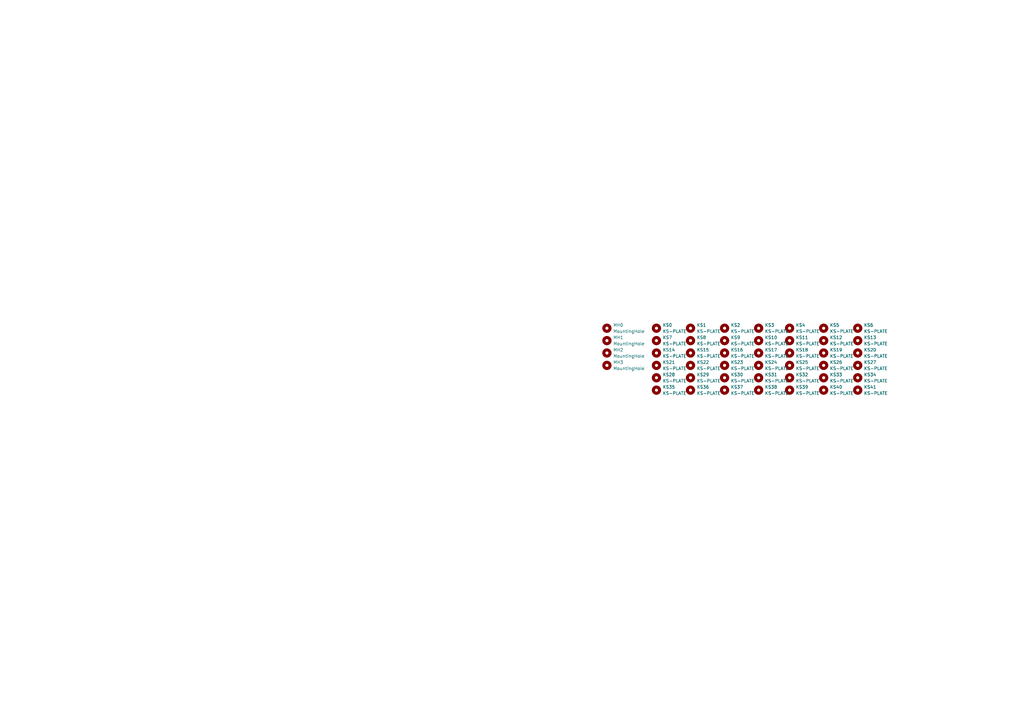
<source format=kicad_sch>
(kicad_sch (version 20211123) (generator eeschema)
  (paper "A3")
  (lib_symbols
    (symbol "Mechanical:MountingHole" (pin_names (offset 1.016))
      (property "Reference" "H" (at 0 5.08 0))
      (property "Value" "MountingHole" (at 0 3.175 0))
      (symbol "MountingHole_0_1"
        (circle (center 0 0) (radius 1.27) (stroke (width 1.27)))
      )
    )
  )
  (symbol (lib_id "Mechanical:MountingHole") (at 297.18 160.02 0) (unit 1)
    (property "Reference" "KS37" (at 299.72 158.7499 0) (effects (justify left)))
    (property "Value" "KS-PLATE" (at 299.72 161.2899 0) (effects (justify left)))
    (property "Footprint" "sok42:KS-PLATE" (effects hide))
  )
  (symbol (lib_id "Mechanical:MountingHole") (at 283.21 144.78 0) (unit 1)
    (property "Reference" "KS15" (at 285.75 143.5099 0) (effects (justify left)))
    (property "Value" "KS-PLATE" (at 285.75 146.0499 0) (effects (justify left)))
    (property "Footprint" "sok42:KS-PLATE" (effects hide))
  )
  (symbol (lib_id "Mechanical:MountingHole") (at 337.82 134.62 0) (unit 1)
    (property "Reference" "KS5" (at 340.36 133.3499 0) (effects (justify left)))
    (property "Value" "KS-PLATE" (at 340.36 135.8899 0) (effects (justify left)))
    (property "Footprint" "sok42:KS-PLATE" (effects hide))
  )
  (symbol (lib_id "Mechanical:MountingHole") (at 283.21 154.94 0) (unit 1)
    (property "Reference" "KS29" (at 285.75 153.6699 0) (effects (justify left)))
    (property "Value" "KS-PLATE" (at 285.75 156.2099 0) (effects (justify left)))
    (property "Footprint" "sok42:KS-PLATE" (effects hide))
  )
  (symbol (lib_id "Mechanical:MountingHole") (at 323.85 154.94 0) (unit 1)
    (property "Reference" "KS32" (at 326.39 153.6699 0) (effects (justify left)))
    (property "Value" "KS-PLATE" (at 326.39 156.2099 0) (effects (justify left)))
    (property "Footprint" "sok42:KS-PLATE" (effects hide))
  )
  (symbol (lib_id "Mechanical:MountingHole") (at 248.92 144.78 270) (unit 1)
    (property "Reference" "MH2" (at 251.46 143.5099 90) (effects (justify left)))
    (property "Value" "MountingHole" (at 251.46 146.0499 90) (effects (justify left)))
    (property "Footprint" "MountingHole:MountingHole_3.2mm_M3" (effects hide))
  )
  (symbol (lib_id "Mechanical:MountingHole") (at 311.15 160.02 0) (unit 1)
    (property "Reference" "KS38" (at 313.69 158.7499 0) (effects (justify left)))
    (property "Value" "KS-PLATE" (at 313.69 161.2899 0) (effects (justify left)))
    (property "Footprint" "sok42:KS-PLATE" (effects hide))
  )
  (symbol (lib_id "Mechanical:MountingHole") (at 248.92 149.86 270) (unit 1)
    (property "Reference" "MH3" (at 251.46 148.5899 90) (effects (justify left)))
    (property "Value" "MountingHole" (at 251.46 151.1299 90) (effects (justify left)))
    (property "Footprint" "MountingHole:MountingHole_3.2mm_M3" (effects hide))
  )
  (symbol (lib_id "Mechanical:MountingHole") (at 337.82 139.7 0) (unit 1)
    (property "Reference" "KS12" (at 340.36 138.4299 0) (effects (justify left)))
    (property "Value" "KS-PLATE" (at 340.36 140.9699 0) (effects (justify left)))
    (property "Footprint" "sok42:KS-PLATE" (effects hide))
  )
  (symbol (lib_id "Mechanical:MountingHole") (at 323.85 139.7 0) (unit 1)
    (property "Reference" "KS11" (at 326.39 138.4299 0) (effects (justify left)))
    (property "Value" "KS-PLATE" (at 326.39 140.9699 0) (effects (justify left)))
    (property "Footprint" "sok42:KS-PLATE" (effects hide))
  )
  (symbol (lib_id "Mechanical:MountingHole") (at 283.21 160.02 0) (unit 1)
    (property "Reference" "KS36" (at 285.75 158.7499 0) (effects (justify left)))
    (property "Value" "KS-PLATE" (at 285.75 161.2899 0) (effects (justify left)))
    (property "Footprint" "sok42:KS-PLATE" (effects hide))
  )
  (symbol (lib_id "Mechanical:MountingHole") (at 269.24 144.78 0) (unit 1)
    (property "Reference" "KS14" (at 271.78 143.5099 0) (effects (justify left)))
    (property "Value" "KS-PLATE" (at 271.78 146.0499 0) (effects (justify left)))
    (property "Footprint" "sok42:KS-PLATE" (effects hide))
  )
  (symbol (lib_id "Mechanical:MountingHole") (at 297.18 144.78 0) (unit 1)
    (property "Reference" "KS16" (at 299.72 143.5099 0) (effects (justify left)))
    (property "Value" "KS-PLATE" (at 299.72 146.0499 0) (effects (justify left)))
    (property "Footprint" "sok42:KS-PLATE" (effects hide))
  )
  (symbol (lib_id "Mechanical:MountingHole") (at 323.85 160.02 0) (unit 1)
    (property "Reference" "KS39" (at 326.39 158.7499 0) (effects (justify left)))
    (property "Value" "KS-PLATE" (at 326.39 161.2899 0) (effects (justify left)))
    (property "Footprint" "sok42:KS-PLATE" (effects hide))
  )
  (symbol (lib_id "Mechanical:MountingHole") (at 283.21 139.7 0) (unit 1)
    (property "Reference" "KS8" (at 285.75 138.4299 0) (effects (justify left)))
    (property "Value" "KS-PLATE" (at 285.75 140.9699 0) (effects (justify left)))
    (property "Footprint" "sok42:KS-PLATE" (effects hide))
  )
  (symbol (lib_id "Mechanical:MountingHole") (at 323.85 134.62 0) (unit 1)
    (property "Reference" "KS4" (at 326.39 133.3499 0) (effects (justify left)))
    (property "Value" "KS-PLATE" (at 326.39 135.8899 0) (effects (justify left)))
    (property "Footprint" "sok42:KS-PLATE" (effects hide))
  )
  (symbol (lib_id "Mechanical:MountingHole") (at 297.18 134.62 0) (unit 1)
    (property "Reference" "KS2" (at 299.72 133.3499 0) (effects (justify left)))
    (property "Value" "KS-PLATE" (at 299.72 135.8899 0) (effects (justify left)))
    (property "Footprint" "sok42:KS-PLATE" (effects hide))
  )
  (symbol (lib_id "Mechanical:MountingHole") (at 337.82 160.02 0) (unit 1)
    (property "Reference" "KS40" (at 340.36 158.7499 0) (effects (justify left)))
    (property "Value" "KS-PLATE" (at 340.36 161.2899 0) (effects (justify left)))
    (property "Footprint" "sok42:KS-PLATE" (effects hide))
  )
  (symbol (lib_id "Mechanical:MountingHole") (at 269.24 139.7 0) (unit 1)
    (property "Reference" "KS7" (at 271.78 138.4299 0) (effects (justify left)))
    (property "Value" "KS-PLATE" (at 271.78 140.9699 0) (effects (justify left)))
    (property "Footprint" "sok42:KS-PLATE" (effects hide))
  )
  (symbol (lib_id "Mechanical:MountingHole") (at 311.15 144.78 0) (unit 1)
    (property "Reference" "KS17" (at 313.69 143.5099 0) (effects (justify left)))
    (property "Value" "KS-PLATE" (at 313.69 146.0499 0) (effects (justify left)))
    (property "Footprint" "sok42:KS-PLATE" (effects hide))
  )
  (symbol (lib_id "Mechanical:MountingHole") (at 323.85 144.78 0) (unit 1)
    (property "Reference" "KS18" (at 326.39 143.5099 0) (effects (justify left)))
    (property "Value" "KS-PLATE" (at 326.39 146.0499 0) (effects (justify left)))
    (property "Footprint" "sok42:KS-PLATE" (effects hide))
  )
  (symbol (lib_id "Mechanical:MountingHole") (at 283.21 134.62 0) (unit 1)
    (property "Reference" "KS1" (at 285.75 133.3499 0) (effects (justify left)))
    (property "Value" "KS-PLATE" (at 285.75 135.8899 0) (effects (justify left)))
    (property "Footprint" "sok42:KS-PLATE" (effects hide))
  )
  (symbol (lib_id "Mechanical:MountingHole") (at 351.79 144.78 0) (unit 1)
    (property "Reference" "KS20" (at 354.33 143.5099 0) (effects (justify left)))
    (property "Value" "KS-PLATE" (at 354.33 146.0499 0) (effects (justify left)))
    (property "Footprint" "sok42:KS-PLATE" (effects hide))
  )
  (symbol (lib_id "Mechanical:MountingHole") (at 269.24 134.62 0) (unit 1)
    (property "Reference" "KS0" (at 271.78 133.3499 0) (effects (justify left)))
    (property "Value" "KS-PLATE" (at 271.78 135.8899 0) (effects (justify left)))
    (property "Footprint" "sok42:KS-PLATE" (effects hide))
  )
  (symbol (lib_id "Mechanical:MountingHole") (at 283.21 149.86 0) (unit 1)
    (property "Reference" "KS22" (at 285.75 148.5899 0) (effects (justify left)))
    (property "Value" "KS-PLATE" (at 285.75 151.1299 0) (effects (justify left)))
    (property "Footprint" "sok42:KS-PLATE" (effects hide))
  )
  (symbol (lib_id "Mechanical:MountingHole") (at 248.92 139.7 270) (unit 1)
    (property "Reference" "MH1" (at 251.46 138.4299 90) (effects (justify left)))
    (property "Value" "MountingHole" (at 251.46 140.9699 90) (effects (justify left)))
    (property "Footprint" "MountingHole:MountingHole_3.2mm_M3" (effects hide))
  )
  (symbol (lib_id "Mechanical:MountingHole") (at 297.18 139.7 0) (unit 1)
    (property "Reference" "KS9" (at 299.72 138.4299 0) (effects (justify left)))
    (property "Value" "KS-PLATE" (at 299.72 140.9699 0) (effects (justify left)))
    (property "Footprint" "sok42:KS-PLATE" (effects hide))
  )
  (symbol (lib_id "Mechanical:MountingHole") (at 351.79 139.7 0) (unit 1)
    (property "Reference" "KS13" (at 354.33 138.4299 0) (effects (justify left)))
    (property "Value" "KS-PLATE" (at 354.33 140.9699 0) (effects (justify left)))
    (property "Footprint" "sok42:KS-PLATE" (effects hide))
  )
  (symbol (lib_id "Mechanical:MountingHole") (at 323.85 149.86 0) (unit 1)
    (property "Reference" "KS25" (at 326.39 148.5899 0) (effects (justify left)))
    (property "Value" "KS-PLATE" (at 326.39 151.1299 0) (effects (justify left)))
    (property "Footprint" "sok42:KS-PLATE" (effects hide))
  )
  (symbol (lib_id "Mechanical:MountingHole") (at 337.82 154.94 0) (unit 1)
    (property "Reference" "KS33" (at 340.36 153.6699 0) (effects (justify left)))
    (property "Value" "KS-PLATE" (at 340.36 156.2099 0) (effects (justify left)))
    (property "Footprint" "sok42:KS-PLATE" (effects hide))
  )
  (symbol (lib_id "Mechanical:MountingHole") (at 337.82 144.78 0) (unit 1)
    (property "Reference" "KS19" (at 340.36 143.5099 0) (effects (justify left)))
    (property "Value" "KS-PLATE" (at 340.36 146.0499 0) (effects (justify left)))
    (property "Footprint" "sok42:KS-PLATE" (effects hide))
  )
  (symbol (lib_id "Mechanical:MountingHole") (at 311.15 134.62 0) (unit 1)
    (property "Reference" "KS3" (at 313.69 133.3499 0) (effects (justify left)))
    (property "Value" "KS-PLATE" (at 313.69 135.8899 0) (effects (justify left)))
    (property "Footprint" "sok42:KS-PLATE" (effects hide))
  )
  (symbol (lib_id "Mechanical:MountingHole") (at 311.15 154.94 0) (unit 1)
    (property "Reference" "KS31" (at 313.69 153.6699 0) (effects (justify left)))
    (property "Value" "KS-PLATE" (at 313.69 156.2099 0) (effects (justify left)))
    (property "Footprint" "sok42:KS-PLATE" (effects hide))
  )
  (symbol (lib_id "Mechanical:MountingHole") (at 351.79 149.86 0) (unit 1)
    (property "Reference" "KS27" (at 354.33 148.5899 0) (effects (justify left)))
    (property "Value" "KS-PLATE" (at 354.33 151.1299 0) (effects (justify left)))
    (property "Footprint" "sok42:KS-PLATE" (effects hide))
  )
  (symbol (lib_id "Mechanical:MountingHole") (at 269.24 154.94 0) (unit 1)
    (property "Reference" "KS28" (at 271.78 153.6699 0) (effects (justify left)))
    (property "Value" "KS-PLATE" (at 271.78 156.2099 0) (effects (justify left)))
    (property "Footprint" "sok42:KS-PLATE" (effects hide))
  )
  (symbol (lib_id "Mechanical:MountingHole") (at 269.24 149.86 0) (unit 1)
    (property "Reference" "KS21" (at 271.78 148.5899 0) (effects (justify left)))
    (property "Value" "KS-PLATE" (at 271.78 151.1299 0) (effects (justify left)))
    (property "Footprint" "sok42:KS-PLATE" (effects hide))
  )
  (symbol (lib_id "Mechanical:MountingHole") (at 351.79 134.62 0) (unit 1)
    (property "Reference" "KS6" (at 354.33 133.3499 0) (effects (justify left)))
    (property "Value" "KS-PLATE" (at 354.33 135.8899 0) (effects (justify left)))
    (property "Footprint" "sok42:KS-PLATE" (effects hide))
  )
  (symbol (lib_id "Mechanical:MountingHole") (at 311.15 139.7 0) (unit 1)
    (property "Reference" "KS10" (at 313.69 138.4299 0) (effects (justify left)))
    (property "Value" "KS-PLATE" (at 313.69 140.9699 0) (effects (justify left)))
    (property "Footprint" "sok42:KS-PLATE" (effects hide))
  )
  (symbol (lib_id "Mechanical:MountingHole") (at 337.82 149.86 0) (unit 1)
    (property "Reference" "KS26" (at 340.36 148.5899 0) (effects (justify left)))
    (property "Value" "KS-PLATE" (at 340.36 151.1299 0) (effects (justify left)))
    (property "Footprint" "sok42:KS-PLATE" (effects hide))
  )
  (symbol (lib_id "Mechanical:MountingHole") (at 269.24 160.02 0) (unit 1)
    (property "Reference" "KS35" (at 271.78 158.7499 0) (effects (justify left)))
    (property "Value" "KS-PLATE" (at 271.78 161.2899 0) (effects (justify left)))
    (property "Footprint" "sok42:KS-PLATE" (effects hide))
  )
  (symbol (lib_id "Mechanical:MountingHole") (at 297.18 149.86 0) (unit 1)
    (property "Reference" "KS23" (at 299.72 148.5899 0) (effects (justify left)))
    (property "Value" "KS-PLATE" (at 299.72 151.1299 0) (effects (justify left)))
    (property "Footprint" "sok42:KS-PLATE" (effects hide))
  )
  (symbol (lib_id "Mechanical:MountingHole") (at 351.79 160.02 0) (unit 1)
    (property "Reference" "KS41" (at 354.33 158.7499 0) (effects (justify left)))
    (property "Value" "KS-PLATE" (at 354.33 161.2899 0) (effects (justify left)))
    (property "Footprint" "sok42:KS-PLATE" (effects hide))
  )
  (symbol (lib_id "Mechanical:MountingHole") (at 311.15 149.86 0) (unit 1)
    (property "Reference" "KS24" (at 313.69 148.5899 0) (effects (justify left)))
    (property "Value" "KS-PLATE" (at 313.69 151.1299 0) (effects (justify left)))
    (property "Footprint" "sok42:KS-PLATE" (effects hide))
  )
  (symbol (lib_id "Mechanical:MountingHole") (at 248.92 134.62 270) (unit 1)
    (property "Reference" "MH0" (at 251.46 133.3499 90) (effects (justify left)))
    (property "Value" "MountingHole" (at 251.46 135.8899 90) (effects (justify left)))
    (property "Footprint" "MountingHole:MountingHole_3.2mm_M3" (effects hide))
  )
  (symbol (lib_id "Mechanical:MountingHole") (at 297.18 154.94 0) (unit 1)
    (property "Reference" "KS30" (at 299.72 153.6699 0) (effects (justify left)))
    (property "Value" "KS-PLATE" (at 299.72 156.2099 0) (effects (justify left)))
    (property "Footprint" "sok42:KS-PLATE" (effects hide))
  )
  (symbol (lib_id "Mechanical:MountingHole") (at 351.79 154.94 0) (unit 1)
    (property "Reference" "KS34" (at 354.33 153.6699 0) (effects (justify left)))
    (property "Value" "KS-PLATE" (at 354.33 156.2099 0) (effects (justify left)))
    (property "Footprint" "sok42:KS-PLATE" (effects hide))
  )
)
</source>
